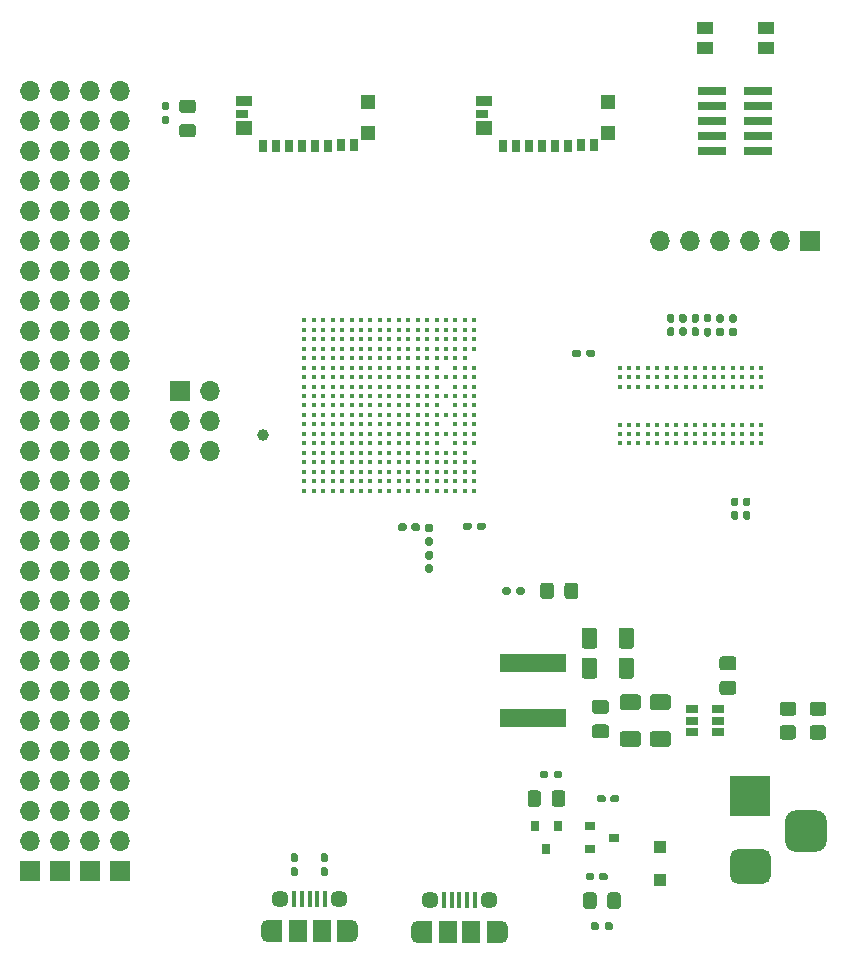
<source format=gbr>
%TF.GenerationSoftware,KiCad,Pcbnew,(5.1.8-0-10_14)*%
%TF.CreationDate,2020-12-07T13:54:23+00:00*%
%TF.ProjectId,STM32MP1_TestBoard,53544d33-324d-4503-915f-54657374426f,rev?*%
%TF.SameCoordinates,Original*%
%TF.FileFunction,Soldermask,Top*%
%TF.FilePolarity,Negative*%
%FSLAX46Y46*%
G04 Gerber Fmt 4.6, Leading zero omitted, Abs format (unit mm)*
G04 Created by KiCad (PCBNEW (5.1.8-0-10_14)) date 2020-12-07 13:54:23*
%MOMM*%
%LPD*%
G01*
G04 APERTURE LIST*
%ADD10C,0.400000*%
%ADD11C,1.000000*%
%ADD12R,3.500000X3.500000*%
%ADD13R,1.100000X1.100000*%
%ADD14R,1.200000X1.900000*%
%ADD15O,1.200000X1.900000*%
%ADD16R,1.500000X1.900000*%
%ADD17C,1.450000*%
%ADD18R,0.400000X1.350000*%
%ADD19O,1.700000X1.700000*%
%ADD20R,1.700000X1.700000*%
%ADD21R,1.060000X0.650000*%
%ADD22R,0.900000X0.800000*%
%ADD23R,1.450000X1.000000*%
%ADD24R,0.800000X0.900000*%
%ADD25R,5.700000X1.600000*%
%ADD26R,1.000000X0.700000*%
%ADD27R,1.400000X0.900000*%
%ADD28R,1.400000X1.200000*%
%ADD29R,1.200000X1.150000*%
%ADD30R,0.700000X1.000000*%
%ADD31R,2.400000X0.740000*%
G04 APERTURE END LIST*
D10*
%TO.C,U1*%
X167131000Y-110057000D03*
X167131000Y-109257000D03*
X167131000Y-108457000D03*
X167131000Y-107657000D03*
X167131000Y-106057000D03*
X167131000Y-105257000D03*
X167131000Y-104457000D03*
X167131000Y-103657000D03*
X167131000Y-102857000D03*
X167131000Y-102057000D03*
X167131000Y-101257000D03*
X167131000Y-100457000D03*
X167131000Y-99657000D03*
X167131000Y-98057000D03*
X167131000Y-97257000D03*
X167131000Y-96457000D03*
X167131000Y-95657000D03*
X166331000Y-110057000D03*
X166331000Y-109257000D03*
X166331000Y-108457000D03*
X166331000Y-107657000D03*
X166331000Y-106857000D03*
X166331000Y-106057000D03*
X166331000Y-105257000D03*
X166331000Y-104457000D03*
X166331000Y-103657000D03*
X166331000Y-102857000D03*
X166331000Y-102057000D03*
X166331000Y-101257000D03*
X166331000Y-100457000D03*
X166331000Y-99657000D03*
X166331000Y-98857000D03*
X166331000Y-98057000D03*
X166331000Y-97257000D03*
X166331000Y-96457000D03*
X166331000Y-95657000D03*
X165531000Y-110057000D03*
X165531000Y-109257000D03*
X165531000Y-108457000D03*
X165531000Y-107657000D03*
X165531000Y-106857000D03*
X165531000Y-106057000D03*
X165531000Y-105257000D03*
X165531000Y-104457000D03*
X165531000Y-103657000D03*
X165531000Y-102857000D03*
X165531000Y-102057000D03*
X165531000Y-101257000D03*
X165531000Y-100457000D03*
X165531000Y-99657000D03*
X165531000Y-98857000D03*
X165531000Y-98057000D03*
X165531000Y-97257000D03*
X165531000Y-96457000D03*
X165531000Y-95657000D03*
X164731000Y-110057000D03*
X164731000Y-109257000D03*
X164731000Y-108457000D03*
X164731000Y-107657000D03*
X164731000Y-106857000D03*
X164731000Y-105257000D03*
X164731000Y-103657000D03*
X164731000Y-102057000D03*
X164731000Y-100457000D03*
X164731000Y-98857000D03*
X164731000Y-98057000D03*
X164731000Y-97257000D03*
X164731000Y-96457000D03*
X164731000Y-95657000D03*
X163931000Y-110057000D03*
X163931000Y-109257000D03*
X163931000Y-108457000D03*
X163931000Y-107657000D03*
X163931000Y-106857000D03*
X163931000Y-106057000D03*
X163931000Y-105257000D03*
X163931000Y-104457000D03*
X163931000Y-103657000D03*
X163931000Y-102857000D03*
X163931000Y-102057000D03*
X163931000Y-101257000D03*
X163931000Y-100457000D03*
X163931000Y-99657000D03*
X163931000Y-98857000D03*
X163931000Y-98057000D03*
X163931000Y-97257000D03*
X163931000Y-96457000D03*
X163931000Y-95657000D03*
X163131000Y-110057000D03*
X163131000Y-109257000D03*
X163131000Y-108457000D03*
X163131000Y-107657000D03*
X163131000Y-106857000D03*
X163131000Y-106057000D03*
X163131000Y-105257000D03*
X163131000Y-104457000D03*
X163131000Y-103657000D03*
X163131000Y-102857000D03*
X163131000Y-102057000D03*
X163131000Y-101257000D03*
X163131000Y-100457000D03*
X163131000Y-99657000D03*
X163131000Y-98857000D03*
X163131000Y-98057000D03*
X163131000Y-97257000D03*
X163131000Y-96457000D03*
X163131000Y-95657000D03*
X162331000Y-110057000D03*
X162331000Y-109257000D03*
X162331000Y-108457000D03*
X162331000Y-107657000D03*
X162331000Y-106857000D03*
X162331000Y-106057000D03*
X162331000Y-105257000D03*
X162331000Y-104457000D03*
X162331000Y-103657000D03*
X162331000Y-102857000D03*
X162331000Y-102057000D03*
X162331000Y-101257000D03*
X162331000Y-100457000D03*
X162331000Y-99657000D03*
X162331000Y-98857000D03*
X162331000Y-98057000D03*
X162331000Y-97257000D03*
X162331000Y-96457000D03*
X162331000Y-95657000D03*
X161531000Y-110057000D03*
X161531000Y-109257000D03*
X161531000Y-108457000D03*
X161531000Y-107657000D03*
X161531000Y-106857000D03*
X161531000Y-106057000D03*
X161531000Y-105257000D03*
X161531000Y-104457000D03*
X161531000Y-103657000D03*
X161531000Y-102857000D03*
X161531000Y-102057000D03*
X161531000Y-101257000D03*
X161531000Y-100457000D03*
X161531000Y-99657000D03*
X161531000Y-98857000D03*
X161531000Y-98057000D03*
X161531000Y-97257000D03*
X161531000Y-96457000D03*
X161531000Y-95657000D03*
X160731000Y-110057000D03*
X160731000Y-109257000D03*
X160731000Y-108457000D03*
X160731000Y-107657000D03*
X160731000Y-106857000D03*
X160731000Y-106057000D03*
X160731000Y-105257000D03*
X160731000Y-104457000D03*
X160731000Y-103657000D03*
X160731000Y-102857000D03*
X160731000Y-102057000D03*
X160731000Y-101257000D03*
X160731000Y-100457000D03*
X160731000Y-99657000D03*
X160731000Y-98857000D03*
X160731000Y-98057000D03*
X160731000Y-97257000D03*
X160731000Y-96457000D03*
X160731000Y-95657000D03*
X159931000Y-110057000D03*
X159931000Y-109257000D03*
X159931000Y-108457000D03*
X159931000Y-107657000D03*
X159931000Y-106857000D03*
X159931000Y-106057000D03*
X159931000Y-105257000D03*
X159931000Y-104457000D03*
X159931000Y-103657000D03*
X159931000Y-102857000D03*
X159931000Y-102057000D03*
X159931000Y-101257000D03*
X159931000Y-100457000D03*
X159931000Y-99657000D03*
X159931000Y-98857000D03*
X159931000Y-98057000D03*
X159931000Y-97257000D03*
X159931000Y-96457000D03*
X159931000Y-95657000D03*
X159131000Y-110057000D03*
X159131000Y-109257000D03*
X159131000Y-108457000D03*
X159131000Y-107657000D03*
X159131000Y-106857000D03*
X159131000Y-106057000D03*
X159131000Y-105257000D03*
X159131000Y-104457000D03*
X159131000Y-103657000D03*
X159131000Y-102857000D03*
X159131000Y-102057000D03*
X159131000Y-101257000D03*
X159131000Y-100457000D03*
X159131000Y-99657000D03*
X159131000Y-98857000D03*
X159131000Y-98057000D03*
X159131000Y-97257000D03*
X159131000Y-96457000D03*
X159131000Y-95657000D03*
X158331000Y-110057000D03*
X158331000Y-109257000D03*
X158331000Y-108457000D03*
X158331000Y-107657000D03*
X158331000Y-106857000D03*
X158331000Y-106057000D03*
X158331000Y-105257000D03*
X158331000Y-104457000D03*
X158331000Y-103657000D03*
X158331000Y-102857000D03*
X158331000Y-102057000D03*
X158331000Y-101257000D03*
X158331000Y-100457000D03*
X158331000Y-99657000D03*
X158331000Y-98857000D03*
X158331000Y-98057000D03*
X158331000Y-97257000D03*
X158331000Y-96457000D03*
X158331000Y-95657000D03*
X157531000Y-110057000D03*
X157531000Y-109257000D03*
X157531000Y-108457000D03*
X157531000Y-107657000D03*
X157531000Y-106857000D03*
X157531000Y-106057000D03*
X157531000Y-105257000D03*
X157531000Y-104457000D03*
X157531000Y-103657000D03*
X157531000Y-102857000D03*
X157531000Y-102057000D03*
X157531000Y-101257000D03*
X157531000Y-100457000D03*
X157531000Y-99657000D03*
X157531000Y-98857000D03*
X157531000Y-98057000D03*
X157531000Y-97257000D03*
X157531000Y-96457000D03*
X157531000Y-95657000D03*
X156731000Y-110057000D03*
X156731000Y-109257000D03*
X156731000Y-108457000D03*
X156731000Y-107657000D03*
X156731000Y-106857000D03*
X156731000Y-106057000D03*
X156731000Y-105257000D03*
X156731000Y-104457000D03*
X156731000Y-103657000D03*
X156731000Y-102857000D03*
X156731000Y-102057000D03*
X156731000Y-101257000D03*
X156731000Y-100457000D03*
X156731000Y-99657000D03*
X156731000Y-98857000D03*
X156731000Y-98057000D03*
X156731000Y-97257000D03*
X156731000Y-96457000D03*
X156731000Y-95657000D03*
X155931000Y-110057000D03*
X155931000Y-109257000D03*
X155931000Y-108457000D03*
X155931000Y-107657000D03*
X155931000Y-106857000D03*
X155931000Y-106057000D03*
X155931000Y-105257000D03*
X155931000Y-104457000D03*
X155931000Y-103657000D03*
X155931000Y-102857000D03*
X155931000Y-102057000D03*
X155931000Y-101257000D03*
X155931000Y-100457000D03*
X155931000Y-99657000D03*
X155931000Y-98857000D03*
X155931000Y-98057000D03*
X155931000Y-97257000D03*
X155931000Y-96457000D03*
X155931000Y-95657000D03*
X155131000Y-110057000D03*
X155131000Y-109257000D03*
X155131000Y-108457000D03*
X155131000Y-107657000D03*
X155131000Y-106857000D03*
X155131000Y-106057000D03*
X155131000Y-105257000D03*
X155131000Y-104457000D03*
X155131000Y-103657000D03*
X155131000Y-102857000D03*
X155131000Y-102057000D03*
X155131000Y-101257000D03*
X155131000Y-100457000D03*
X155131000Y-99657000D03*
X155131000Y-98857000D03*
X155131000Y-98057000D03*
X155131000Y-97257000D03*
X155131000Y-96457000D03*
X155131000Y-95657000D03*
X154331000Y-110057000D03*
X154331000Y-109257000D03*
X154331000Y-108457000D03*
X154331000Y-107657000D03*
X154331000Y-106857000D03*
X154331000Y-106057000D03*
X154331000Y-105257000D03*
X154331000Y-104457000D03*
X154331000Y-103657000D03*
X154331000Y-102857000D03*
X154331000Y-102057000D03*
X154331000Y-101257000D03*
X154331000Y-100457000D03*
X154331000Y-99657000D03*
X154331000Y-98857000D03*
X154331000Y-98057000D03*
X154331000Y-97257000D03*
X154331000Y-96457000D03*
X154331000Y-95657000D03*
X153531000Y-110057000D03*
X153531000Y-109257000D03*
X153531000Y-108457000D03*
X153531000Y-107657000D03*
X153531000Y-106857000D03*
X153531000Y-106057000D03*
X153531000Y-105257000D03*
X153531000Y-104457000D03*
X153531000Y-103657000D03*
X153531000Y-102857000D03*
X153531000Y-102057000D03*
X153531000Y-101257000D03*
X153531000Y-100457000D03*
X153531000Y-99657000D03*
X153531000Y-98857000D03*
X153531000Y-98057000D03*
X153531000Y-97257000D03*
X153531000Y-96457000D03*
X153531000Y-95657000D03*
X152731000Y-110057000D03*
X152731000Y-109257000D03*
X152731000Y-108457000D03*
X152731000Y-107657000D03*
X152731000Y-106857000D03*
X152731000Y-106057000D03*
X152731000Y-105257000D03*
X152731000Y-104457000D03*
X152731000Y-103657000D03*
X152731000Y-102857000D03*
X152731000Y-102057000D03*
X152731000Y-101257000D03*
X152731000Y-100457000D03*
X152731000Y-99657000D03*
X152731000Y-98857000D03*
X152731000Y-98057000D03*
X152731000Y-97257000D03*
X152731000Y-96457000D03*
X152731000Y-95657000D03*
%TD*%
D11*
%TO.C,TP1*%
X149199600Y-105359200D03*
%TD*%
%TO.C,R20*%
G36*
G01*
X170194000Y-118394500D02*
X170194000Y-118714500D01*
G75*
G02*
X170034000Y-118874500I-160000J0D01*
G01*
X169639000Y-118874500D01*
G75*
G02*
X169479000Y-118714500I0J160000D01*
G01*
X169479000Y-118394500D01*
G75*
G02*
X169639000Y-118234500I160000J0D01*
G01*
X170034000Y-118234500D01*
G75*
G02*
X170194000Y-118394500I0J-160000D01*
G01*
G37*
G36*
G01*
X171389000Y-118394500D02*
X171389000Y-118714500D01*
G75*
G02*
X171229000Y-118874500I-160000J0D01*
G01*
X170834000Y-118874500D01*
G75*
G02*
X170674000Y-118714500I0J160000D01*
G01*
X170674000Y-118394500D01*
G75*
G02*
X170834000Y-118234500I160000J0D01*
G01*
X171229000Y-118234500D01*
G75*
G02*
X171389000Y-118394500I0J-160000D01*
G01*
G37*
%TD*%
%TO.C,R19*%
G36*
G01*
X177687000Y-146779000D02*
X177687000Y-147099000D01*
G75*
G02*
X177527000Y-147259000I-160000J0D01*
G01*
X177132000Y-147259000D01*
G75*
G02*
X176972000Y-147099000I0J160000D01*
G01*
X176972000Y-146779000D01*
G75*
G02*
X177132000Y-146619000I160000J0D01*
G01*
X177527000Y-146619000D01*
G75*
G02*
X177687000Y-146779000I0J-160000D01*
G01*
G37*
G36*
G01*
X178882000Y-146779000D02*
X178882000Y-147099000D01*
G75*
G02*
X178722000Y-147259000I-160000J0D01*
G01*
X178327000Y-147259000D01*
G75*
G02*
X178167000Y-147099000I0J160000D01*
G01*
X178167000Y-146779000D01*
G75*
G02*
X178327000Y-146619000I160000J0D01*
G01*
X178722000Y-146619000D01*
G75*
G02*
X178882000Y-146779000I0J-160000D01*
G01*
G37*
%TD*%
%TO.C,R18*%
G36*
G01*
X173369000Y-133952000D02*
X173369000Y-134272000D01*
G75*
G02*
X173209000Y-134432000I-160000J0D01*
G01*
X172814000Y-134432000D01*
G75*
G02*
X172654000Y-134272000I0J160000D01*
G01*
X172654000Y-133952000D01*
G75*
G02*
X172814000Y-133792000I160000J0D01*
G01*
X173209000Y-133792000D01*
G75*
G02*
X173369000Y-133952000I0J-160000D01*
G01*
G37*
G36*
G01*
X174564000Y-133952000D02*
X174564000Y-134272000D01*
G75*
G02*
X174404000Y-134432000I-160000J0D01*
G01*
X174009000Y-134432000D01*
G75*
G02*
X173849000Y-134272000I0J160000D01*
G01*
X173849000Y-133952000D01*
G75*
G02*
X174009000Y-133792000I160000J0D01*
G01*
X174404000Y-133792000D01*
G75*
G02*
X174564000Y-133952000I0J-160000D01*
G01*
G37*
%TD*%
%TO.C,D5*%
G36*
G01*
X174757500Y-119004501D02*
X174757500Y-118104499D01*
G75*
G02*
X175007499Y-117854500I249999J0D01*
G01*
X175657501Y-117854500D01*
G75*
G02*
X175907500Y-118104499I0J-249999D01*
G01*
X175907500Y-119004501D01*
G75*
G02*
X175657501Y-119254500I-249999J0D01*
G01*
X175007499Y-119254500D01*
G75*
G02*
X174757500Y-119004501I0J249999D01*
G01*
G37*
G36*
G01*
X172707500Y-119004501D02*
X172707500Y-118104499D01*
G75*
G02*
X172957499Y-117854500I249999J0D01*
G01*
X173607501Y-117854500D01*
G75*
G02*
X173857500Y-118104499I0J-249999D01*
G01*
X173857500Y-119004501D01*
G75*
G02*
X173607501Y-119254500I-249999J0D01*
G01*
X172957499Y-119254500D01*
G75*
G02*
X172707500Y-119004501I0J249999D01*
G01*
G37*
%TD*%
%TO.C,D4*%
G36*
G01*
X177477000Y-144329999D02*
X177477000Y-145230001D01*
G75*
G02*
X177227001Y-145480000I-249999J0D01*
G01*
X176576999Y-145480000D01*
G75*
G02*
X176327000Y-145230001I0J249999D01*
G01*
X176327000Y-144329999D01*
G75*
G02*
X176576999Y-144080000I249999J0D01*
G01*
X177227001Y-144080000D01*
G75*
G02*
X177477000Y-144329999I0J-249999D01*
G01*
G37*
G36*
G01*
X179527000Y-144329999D02*
X179527000Y-145230001D01*
G75*
G02*
X179277001Y-145480000I-249999J0D01*
G01*
X178626999Y-145480000D01*
G75*
G02*
X178377000Y-145230001I0J249999D01*
G01*
X178377000Y-144329999D01*
G75*
G02*
X178626999Y-144080000I249999J0D01*
G01*
X179277001Y-144080000D01*
G75*
G02*
X179527000Y-144329999I0J-249999D01*
G01*
G37*
%TD*%
%TO.C,D3*%
G36*
G01*
X172778000Y-135693999D02*
X172778000Y-136594001D01*
G75*
G02*
X172528001Y-136844000I-249999J0D01*
G01*
X171877999Y-136844000D01*
G75*
G02*
X171628000Y-136594001I0J249999D01*
G01*
X171628000Y-135693999D01*
G75*
G02*
X171877999Y-135444000I249999J0D01*
G01*
X172528001Y-135444000D01*
G75*
G02*
X172778000Y-135693999I0J-249999D01*
G01*
G37*
G36*
G01*
X174828000Y-135693999D02*
X174828000Y-136594001D01*
G75*
G02*
X174578001Y-136844000I-249999J0D01*
G01*
X173927999Y-136844000D01*
G75*
G02*
X173678000Y-136594001I0J249999D01*
G01*
X173678000Y-135693999D01*
G75*
G02*
X173927999Y-135444000I249999J0D01*
G01*
X174578001Y-135444000D01*
G75*
G02*
X174828000Y-135693999I0J-249999D01*
G01*
G37*
%TD*%
%TO.C,J9*%
G36*
G01*
X196075000Y-140640000D02*
X194325000Y-140640000D01*
G75*
G02*
X193450000Y-139765000I0J875000D01*
G01*
X193450000Y-138015000D01*
G75*
G02*
X194325000Y-137140000I875000J0D01*
G01*
X196075000Y-137140000D01*
G75*
G02*
X196950000Y-138015000I0J-875000D01*
G01*
X196950000Y-139765000D01*
G75*
G02*
X196075000Y-140640000I-875000J0D01*
G01*
G37*
G36*
G01*
X191500000Y-143390000D02*
X189500000Y-143390000D01*
G75*
G02*
X188750000Y-142640000I0J750000D01*
G01*
X188750000Y-141140000D01*
G75*
G02*
X189500000Y-140390000I750000J0D01*
G01*
X191500000Y-140390000D01*
G75*
G02*
X192250000Y-141140000I0J-750000D01*
G01*
X192250000Y-142640000D01*
G75*
G02*
X191500000Y-143390000I-750000J0D01*
G01*
G37*
D12*
X190500000Y-135890000D03*
%TD*%
D13*
%TO.C,D2*%
X182880000Y-143005000D03*
X182880000Y-140205000D03*
%TD*%
%TO.C,C57*%
G36*
G01*
X185981400Y-96972400D02*
X185671400Y-96972400D01*
G75*
G02*
X185516400Y-96817400I0J155000D01*
G01*
X185516400Y-96392400D01*
G75*
G02*
X185671400Y-96237400I155000J0D01*
G01*
X185981400Y-96237400D01*
G75*
G02*
X186136400Y-96392400I0J-155000D01*
G01*
X186136400Y-96817400D01*
G75*
G02*
X185981400Y-96972400I-155000J0D01*
G01*
G37*
G36*
G01*
X185981400Y-95837400D02*
X185671400Y-95837400D01*
G75*
G02*
X185516400Y-95682400I0J155000D01*
G01*
X185516400Y-95257400D01*
G75*
G02*
X185671400Y-95102400I155000J0D01*
G01*
X185981400Y-95102400D01*
G75*
G02*
X186136400Y-95257400I0J-155000D01*
G01*
X186136400Y-95682400D01*
G75*
G02*
X185981400Y-95837400I-155000J0D01*
G01*
G37*
%TD*%
%TO.C,C40*%
G36*
G01*
X189024200Y-110647200D02*
X189334200Y-110647200D01*
G75*
G02*
X189489200Y-110802200I0J-155000D01*
G01*
X189489200Y-111227200D01*
G75*
G02*
X189334200Y-111382200I-155000J0D01*
G01*
X189024200Y-111382200D01*
G75*
G02*
X188869200Y-111227200I0J155000D01*
G01*
X188869200Y-110802200D01*
G75*
G02*
X189024200Y-110647200I155000J0D01*
G01*
G37*
G36*
G01*
X189024200Y-111782200D02*
X189334200Y-111782200D01*
G75*
G02*
X189489200Y-111937200I0J-155000D01*
G01*
X189489200Y-112362200D01*
G75*
G02*
X189334200Y-112517200I-155000J0D01*
G01*
X189024200Y-112517200D01*
G75*
G02*
X188869200Y-112362200I0J155000D01*
G01*
X188869200Y-111937200D01*
G75*
G02*
X189024200Y-111782200I155000J0D01*
G01*
G37*
%TD*%
%TO.C,R15*%
G36*
G01*
X175422600Y-98610400D02*
X175422600Y-98290400D01*
G75*
G02*
X175582600Y-98130400I160000J0D01*
G01*
X175977600Y-98130400D01*
G75*
G02*
X176137600Y-98290400I0J-160000D01*
G01*
X176137600Y-98610400D01*
G75*
G02*
X175977600Y-98770400I-160000J0D01*
G01*
X175582600Y-98770400D01*
G75*
G02*
X175422600Y-98610400I0J160000D01*
G01*
G37*
G36*
G01*
X176617600Y-98610400D02*
X176617600Y-98290400D01*
G75*
G02*
X176777600Y-98130400I160000J0D01*
G01*
X177172600Y-98130400D01*
G75*
G02*
X177332600Y-98290400I0J-160000D01*
G01*
X177332600Y-98610400D01*
G75*
G02*
X177172600Y-98770400I-160000J0D01*
G01*
X176777600Y-98770400D01*
G75*
G02*
X176617600Y-98610400I0J160000D01*
G01*
G37*
%TD*%
%TO.C,C62*%
G36*
G01*
X183898600Y-96972400D02*
X183588600Y-96972400D01*
G75*
G02*
X183433600Y-96817400I0J155000D01*
G01*
X183433600Y-96392400D01*
G75*
G02*
X183588600Y-96237400I155000J0D01*
G01*
X183898600Y-96237400D01*
G75*
G02*
X184053600Y-96392400I0J-155000D01*
G01*
X184053600Y-96817400D01*
G75*
G02*
X183898600Y-96972400I-155000J0D01*
G01*
G37*
G36*
G01*
X183898600Y-95837400D02*
X183588600Y-95837400D01*
G75*
G02*
X183433600Y-95682400I0J155000D01*
G01*
X183433600Y-95257400D01*
G75*
G02*
X183588600Y-95102400I155000J0D01*
G01*
X183898600Y-95102400D01*
G75*
G02*
X184053600Y-95257400I0J-155000D01*
G01*
X184053600Y-95682400D01*
G75*
G02*
X183898600Y-95837400I-155000J0D01*
G01*
G37*
%TD*%
D10*
%TO.C,U2*%
X191420000Y-99670000D03*
X191420000Y-100470000D03*
X191420000Y-101270000D03*
X191420000Y-104470000D03*
X191420000Y-105270000D03*
X191420000Y-106070000D03*
X190620000Y-99670000D03*
X190620000Y-100470000D03*
X190620000Y-101270000D03*
X190620000Y-104470000D03*
X190620000Y-105270000D03*
X190620000Y-106070000D03*
X189820000Y-99670000D03*
X189820000Y-100470000D03*
X189820000Y-101270000D03*
X189820000Y-104470000D03*
X189820000Y-105270000D03*
X189820000Y-106070000D03*
X189020000Y-99670000D03*
X189020000Y-100470000D03*
X189020000Y-101270000D03*
X189020000Y-104470000D03*
X189020000Y-105270000D03*
X189020000Y-106070000D03*
X188220000Y-99670000D03*
X188220000Y-100470000D03*
X188220000Y-101270000D03*
X188220000Y-104470000D03*
X188220000Y-105270000D03*
X188220000Y-106070000D03*
X187420000Y-99670000D03*
X187420000Y-100470000D03*
X187420000Y-101270000D03*
X187420000Y-104470000D03*
X187420000Y-105270000D03*
X187420000Y-106070000D03*
X186620000Y-99670000D03*
X186620000Y-100470000D03*
X186620000Y-101270000D03*
X186620000Y-104470000D03*
X186620000Y-105270000D03*
X186620000Y-106070000D03*
X185820000Y-99670000D03*
X185820000Y-100470000D03*
X185820000Y-101270000D03*
X185820000Y-104470000D03*
X185820000Y-105270000D03*
X185820000Y-106070000D03*
X185020000Y-99670000D03*
X185020000Y-100470000D03*
X185020000Y-101270000D03*
X185020000Y-104470000D03*
X185020000Y-105270000D03*
X185020000Y-106070000D03*
X184220000Y-99670000D03*
X184220000Y-100470000D03*
X184220000Y-101270000D03*
X184220000Y-104470000D03*
X184220000Y-105270000D03*
X184220000Y-106070000D03*
X183420000Y-99670000D03*
X183420000Y-100470000D03*
X183420000Y-101270000D03*
X183420000Y-104470000D03*
X183420000Y-105270000D03*
X183420000Y-106070000D03*
X182620000Y-99670000D03*
X182620000Y-100470000D03*
X182620000Y-101270000D03*
X182620000Y-104470000D03*
X182620000Y-105270000D03*
X182620000Y-106070000D03*
X181820000Y-99670000D03*
X181820000Y-100470000D03*
X181820000Y-101270000D03*
X181820000Y-104470000D03*
X181820000Y-105270000D03*
X181820000Y-106070000D03*
X181020000Y-99670000D03*
X181020000Y-100470000D03*
X181020000Y-101270000D03*
X181020000Y-104470000D03*
X181020000Y-105270000D03*
X181020000Y-106070000D03*
X180220000Y-99670000D03*
X180220000Y-100470000D03*
X180220000Y-101270000D03*
X180220000Y-104470000D03*
X180220000Y-105270000D03*
X180220000Y-106070000D03*
X179420000Y-99670000D03*
X179420000Y-100470000D03*
X179420000Y-101270000D03*
X179420000Y-104470000D03*
X179420000Y-105270000D03*
X179420000Y-106070000D03*
%TD*%
%TO.C,C36*%
G36*
G01*
X189181800Y-96997800D02*
X188871800Y-96997800D01*
G75*
G02*
X188716800Y-96842800I0J155000D01*
G01*
X188716800Y-96417800D01*
G75*
G02*
X188871800Y-96262800I155000J0D01*
G01*
X189181800Y-96262800D01*
G75*
G02*
X189336800Y-96417800I0J-155000D01*
G01*
X189336800Y-96842800D01*
G75*
G02*
X189181800Y-96997800I-155000J0D01*
G01*
G37*
G36*
G01*
X189181800Y-95862800D02*
X188871800Y-95862800D01*
G75*
G02*
X188716800Y-95707800I0J155000D01*
G01*
X188716800Y-95282800D01*
G75*
G02*
X188871800Y-95127800I155000J0D01*
G01*
X189181800Y-95127800D01*
G75*
G02*
X189336800Y-95282800I0J-155000D01*
G01*
X189336800Y-95707800D01*
G75*
G02*
X189181800Y-95862800I-155000J0D01*
G01*
G37*
%TD*%
%TO.C,C52*%
G36*
G01*
X188089600Y-96997800D02*
X187779600Y-96997800D01*
G75*
G02*
X187624600Y-96842800I0J155000D01*
G01*
X187624600Y-96417800D01*
G75*
G02*
X187779600Y-96262800I155000J0D01*
G01*
X188089600Y-96262800D01*
G75*
G02*
X188244600Y-96417800I0J-155000D01*
G01*
X188244600Y-96842800D01*
G75*
G02*
X188089600Y-96997800I-155000J0D01*
G01*
G37*
G36*
G01*
X188089600Y-95862800D02*
X187779600Y-95862800D01*
G75*
G02*
X187624600Y-95707800I0J155000D01*
G01*
X187624600Y-95282800D01*
G75*
G02*
X187779600Y-95127800I155000J0D01*
G01*
X188089600Y-95127800D01*
G75*
G02*
X188244600Y-95282800I0J-155000D01*
G01*
X188244600Y-95707800D01*
G75*
G02*
X188089600Y-95862800I-155000J0D01*
G01*
G37*
%TD*%
%TO.C,C42*%
G36*
G01*
X190040200Y-110647200D02*
X190350200Y-110647200D01*
G75*
G02*
X190505200Y-110802200I0J-155000D01*
G01*
X190505200Y-111227200D01*
G75*
G02*
X190350200Y-111382200I-155000J0D01*
G01*
X190040200Y-111382200D01*
G75*
G02*
X189885200Y-111227200I0J155000D01*
G01*
X189885200Y-110802200D01*
G75*
G02*
X190040200Y-110647200I155000J0D01*
G01*
G37*
G36*
G01*
X190040200Y-111782200D02*
X190350200Y-111782200D01*
G75*
G02*
X190505200Y-111937200I0J-155000D01*
G01*
X190505200Y-112362200D01*
G75*
G02*
X190350200Y-112517200I-155000J0D01*
G01*
X190040200Y-112517200D01*
G75*
G02*
X189885200Y-112362200I0J155000D01*
G01*
X189885200Y-111937200D01*
G75*
G02*
X190040200Y-111782200I155000J0D01*
G01*
G37*
%TD*%
%TO.C,C65*%
G36*
G01*
X184940000Y-96972400D02*
X184630000Y-96972400D01*
G75*
G02*
X184475000Y-96817400I0J155000D01*
G01*
X184475000Y-96392400D01*
G75*
G02*
X184630000Y-96237400I155000J0D01*
G01*
X184940000Y-96237400D01*
G75*
G02*
X185095000Y-96392400I0J-155000D01*
G01*
X185095000Y-96817400D01*
G75*
G02*
X184940000Y-96972400I-155000J0D01*
G01*
G37*
G36*
G01*
X184940000Y-95837400D02*
X184630000Y-95837400D01*
G75*
G02*
X184475000Y-95682400I0J155000D01*
G01*
X184475000Y-95257400D01*
G75*
G02*
X184630000Y-95102400I155000J0D01*
G01*
X184940000Y-95102400D01*
G75*
G02*
X185095000Y-95257400I0J-155000D01*
G01*
X185095000Y-95682400D01*
G75*
G02*
X184940000Y-95837400I-155000J0D01*
G01*
G37*
%TD*%
%TO.C,R52*%
G36*
G01*
X187027800Y-97017800D02*
X186707800Y-97017800D01*
G75*
G02*
X186547800Y-96857800I0J160000D01*
G01*
X186547800Y-96462800D01*
G75*
G02*
X186707800Y-96302800I160000J0D01*
G01*
X187027800Y-96302800D01*
G75*
G02*
X187187800Y-96462800I0J-160000D01*
G01*
X187187800Y-96857800D01*
G75*
G02*
X187027800Y-97017800I-160000J0D01*
G01*
G37*
G36*
G01*
X187027800Y-95822800D02*
X186707800Y-95822800D01*
G75*
G02*
X186547800Y-95662800I0J160000D01*
G01*
X186547800Y-95267800D01*
G75*
G02*
X186707800Y-95107800I160000J0D01*
G01*
X187027800Y-95107800D01*
G75*
G02*
X187187800Y-95267800I0J-160000D01*
G01*
X187187800Y-95662800D01*
G75*
G02*
X187027800Y-95822800I-160000J0D01*
G01*
G37*
%TD*%
%TO.C,R17*%
G36*
G01*
X154272000Y-141972000D02*
X154592000Y-141972000D01*
G75*
G02*
X154752000Y-142132000I0J-160000D01*
G01*
X154752000Y-142527000D01*
G75*
G02*
X154592000Y-142687000I-160000J0D01*
G01*
X154272000Y-142687000D01*
G75*
G02*
X154112000Y-142527000I0J160000D01*
G01*
X154112000Y-142132000D01*
G75*
G02*
X154272000Y-141972000I160000J0D01*
G01*
G37*
G36*
G01*
X154272000Y-140777000D02*
X154592000Y-140777000D01*
G75*
G02*
X154752000Y-140937000I0J-160000D01*
G01*
X154752000Y-141332000D01*
G75*
G02*
X154592000Y-141492000I-160000J0D01*
G01*
X154272000Y-141492000D01*
G75*
G02*
X154112000Y-141332000I0J160000D01*
G01*
X154112000Y-140937000D01*
G75*
G02*
X154272000Y-140777000I160000J0D01*
G01*
G37*
%TD*%
%TO.C,R16*%
G36*
G01*
X151732000Y-141972000D02*
X152052000Y-141972000D01*
G75*
G02*
X152212000Y-142132000I0J-160000D01*
G01*
X152212000Y-142527000D01*
G75*
G02*
X152052000Y-142687000I-160000J0D01*
G01*
X151732000Y-142687000D01*
G75*
G02*
X151572000Y-142527000I0J160000D01*
G01*
X151572000Y-142132000D01*
G75*
G02*
X151732000Y-141972000I160000J0D01*
G01*
G37*
G36*
G01*
X151732000Y-140777000D02*
X152052000Y-140777000D01*
G75*
G02*
X152212000Y-140937000I0J-160000D01*
G01*
X152212000Y-141332000D01*
G75*
G02*
X152052000Y-141492000I-160000J0D01*
G01*
X151732000Y-141492000D01*
G75*
G02*
X151572000Y-141332000I0J160000D01*
G01*
X151572000Y-140937000D01*
G75*
G02*
X151732000Y-140777000I160000J0D01*
G01*
G37*
%TD*%
D14*
%TO.C,J8*%
X150287400Y-147338300D03*
X156087400Y-147338300D03*
D15*
X156687400Y-147338300D03*
X149687400Y-147338300D03*
D16*
X152187400Y-147338300D03*
D17*
X155687400Y-144638300D03*
D18*
X153187400Y-144638300D03*
X153837400Y-144638300D03*
X154487400Y-144638300D03*
X151887400Y-144638300D03*
X152537400Y-144638300D03*
D17*
X150687400Y-144638300D03*
D16*
X154187400Y-147338300D03*
%TD*%
D19*
%TO.C,J7*%
X182880000Y-88900000D03*
X185420000Y-88900000D03*
X187960000Y-88900000D03*
X190500000Y-88900000D03*
X193040000Y-88900000D03*
D20*
X195580000Y-88900000D03*
%TD*%
D19*
%TO.C,J5*%
X144780000Y-106680000D03*
X142240000Y-106680000D03*
X144780000Y-104140000D03*
X142240000Y-104140000D03*
X144780000Y-101600000D03*
D20*
X142240000Y-101600000D03*
%TD*%
D19*
%TO.C,J4*%
X129540000Y-76200000D03*
X129540000Y-78740000D03*
X129540000Y-81280000D03*
X129540000Y-83820000D03*
X129540000Y-86360000D03*
X129540000Y-88900000D03*
X129540000Y-91440000D03*
X129540000Y-93980000D03*
X129540000Y-96520000D03*
X129540000Y-99060000D03*
X129540000Y-101600000D03*
X129540000Y-104140000D03*
X129540000Y-106680000D03*
X129540000Y-109220000D03*
X129540000Y-111760000D03*
X129540000Y-114300000D03*
X129540000Y-116840000D03*
X129540000Y-119380000D03*
X129540000Y-121920000D03*
X129540000Y-124460000D03*
X129540000Y-127000000D03*
X129540000Y-129540000D03*
X129540000Y-132080000D03*
X129540000Y-134620000D03*
X129540000Y-137160000D03*
X129540000Y-139700000D03*
D20*
X129540000Y-142240000D03*
%TD*%
D19*
%TO.C,J3*%
X132080000Y-76200000D03*
X132080000Y-78740000D03*
X132080000Y-81280000D03*
X132080000Y-83820000D03*
X132080000Y-86360000D03*
X132080000Y-88900000D03*
X132080000Y-91440000D03*
X132080000Y-93980000D03*
X132080000Y-96520000D03*
X132080000Y-99060000D03*
X132080000Y-101600000D03*
X132080000Y-104140000D03*
X132080000Y-106680000D03*
X132080000Y-109220000D03*
X132080000Y-111760000D03*
X132080000Y-114300000D03*
X132080000Y-116840000D03*
X132080000Y-119380000D03*
X132080000Y-121920000D03*
X132080000Y-124460000D03*
X132080000Y-127000000D03*
X132080000Y-129540000D03*
X132080000Y-132080000D03*
X132080000Y-134620000D03*
X132080000Y-137160000D03*
X132080000Y-139700000D03*
D20*
X132080000Y-142240000D03*
%TD*%
D19*
%TO.C,J2*%
X134620000Y-76200000D03*
X134620000Y-78740000D03*
X134620000Y-81280000D03*
X134620000Y-83820000D03*
X134620000Y-86360000D03*
X134620000Y-88900000D03*
X134620000Y-91440000D03*
X134620000Y-93980000D03*
X134620000Y-96520000D03*
X134620000Y-99060000D03*
X134620000Y-101600000D03*
X134620000Y-104140000D03*
X134620000Y-106680000D03*
X134620000Y-109220000D03*
X134620000Y-111760000D03*
X134620000Y-114300000D03*
X134620000Y-116840000D03*
X134620000Y-119380000D03*
X134620000Y-121920000D03*
X134620000Y-124460000D03*
X134620000Y-127000000D03*
X134620000Y-129540000D03*
X134620000Y-132080000D03*
X134620000Y-134620000D03*
X134620000Y-137160000D03*
X134620000Y-139700000D03*
D20*
X134620000Y-142240000D03*
%TD*%
D19*
%TO.C,J1*%
X137160000Y-76200000D03*
X137160000Y-78740000D03*
X137160000Y-81280000D03*
X137160000Y-83820000D03*
X137160000Y-86360000D03*
X137160000Y-88900000D03*
X137160000Y-91440000D03*
X137160000Y-93980000D03*
X137160000Y-96520000D03*
X137160000Y-99060000D03*
X137160000Y-101600000D03*
X137160000Y-104140000D03*
X137160000Y-106680000D03*
X137160000Y-109220000D03*
X137160000Y-111760000D03*
X137160000Y-114300000D03*
X137160000Y-116840000D03*
X137160000Y-119380000D03*
X137160000Y-121920000D03*
X137160000Y-124460000D03*
X137160000Y-127000000D03*
X137160000Y-129540000D03*
X137160000Y-132080000D03*
X137160000Y-134620000D03*
X137160000Y-137160000D03*
X137160000Y-139700000D03*
D20*
X137160000Y-142240000D03*
%TD*%
%TO.C,C68*%
G36*
G01*
X163141600Y-112857000D02*
X163451600Y-112857000D01*
G75*
G02*
X163606600Y-113012000I0J-155000D01*
G01*
X163606600Y-113437000D01*
G75*
G02*
X163451600Y-113592000I-155000J0D01*
G01*
X163141600Y-113592000D01*
G75*
G02*
X162986600Y-113437000I0J155000D01*
G01*
X162986600Y-113012000D01*
G75*
G02*
X163141600Y-112857000I155000J0D01*
G01*
G37*
G36*
G01*
X163141600Y-113992000D02*
X163451600Y-113992000D01*
G75*
G02*
X163606600Y-114147000I0J-155000D01*
G01*
X163606600Y-114572000D01*
G75*
G02*
X163451600Y-114727000I-155000J0D01*
G01*
X163141600Y-114727000D01*
G75*
G02*
X162986600Y-114572000I0J155000D01*
G01*
X162986600Y-114147000D01*
G75*
G02*
X163141600Y-113992000I155000J0D01*
G01*
G37*
%TD*%
%TO.C,C9*%
G36*
G01*
X162529800Y-113002000D02*
X162529800Y-113312000D01*
G75*
G02*
X162374800Y-113467000I-155000J0D01*
G01*
X161949800Y-113467000D01*
G75*
G02*
X161794800Y-113312000I0J155000D01*
G01*
X161794800Y-113002000D01*
G75*
G02*
X161949800Y-112847000I155000J0D01*
G01*
X162374800Y-112847000D01*
G75*
G02*
X162529800Y-113002000I0J-155000D01*
G01*
G37*
G36*
G01*
X161394800Y-113002000D02*
X161394800Y-113312000D01*
G75*
G02*
X161239800Y-113467000I-155000J0D01*
G01*
X160814800Y-113467000D01*
G75*
G02*
X160659800Y-113312000I0J155000D01*
G01*
X160659800Y-113002000D01*
G75*
G02*
X160814800Y-112847000I155000J0D01*
G01*
X161239800Y-112847000D01*
G75*
G02*
X161394800Y-113002000I0J-155000D01*
G01*
G37*
%TD*%
%TO.C,C17*%
G36*
G01*
X163451600Y-117038400D02*
X163141600Y-117038400D01*
G75*
G02*
X162986600Y-116883400I0J155000D01*
G01*
X162986600Y-116458400D01*
G75*
G02*
X163141600Y-116303400I155000J0D01*
G01*
X163451600Y-116303400D01*
G75*
G02*
X163606600Y-116458400I0J-155000D01*
G01*
X163606600Y-116883400D01*
G75*
G02*
X163451600Y-117038400I-155000J0D01*
G01*
G37*
G36*
G01*
X163451600Y-115903400D02*
X163141600Y-115903400D01*
G75*
G02*
X162986600Y-115748400I0J155000D01*
G01*
X162986600Y-115323400D01*
G75*
G02*
X163141600Y-115168400I155000J0D01*
G01*
X163451600Y-115168400D01*
G75*
G02*
X163606600Y-115323400I0J-155000D01*
G01*
X163606600Y-115748400D01*
G75*
G02*
X163451600Y-115903400I-155000J0D01*
G01*
G37*
%TD*%
%TO.C,C5*%
G36*
G01*
X180990001Y-128640000D02*
X179689999Y-128640000D01*
G75*
G02*
X179440000Y-128390001I0J249999D01*
G01*
X179440000Y-127564999D01*
G75*
G02*
X179689999Y-127315000I249999J0D01*
G01*
X180990001Y-127315000D01*
G75*
G02*
X181240000Y-127564999I0J-249999D01*
G01*
X181240000Y-128390001D01*
G75*
G02*
X180990001Y-128640000I-249999J0D01*
G01*
G37*
G36*
G01*
X180990001Y-131765000D02*
X179689999Y-131765000D01*
G75*
G02*
X179440000Y-131515001I0J249999D01*
G01*
X179440000Y-130689999D01*
G75*
G02*
X179689999Y-130440000I249999J0D01*
G01*
X180990001Y-130440000D01*
G75*
G02*
X181240000Y-130689999I0J-249999D01*
G01*
X181240000Y-131515001D01*
G75*
G02*
X180990001Y-131765000I-249999J0D01*
G01*
G37*
%TD*%
D21*
%TO.C,U4*%
X187790000Y-129540000D03*
X187790000Y-128590000D03*
X187790000Y-130490000D03*
X185590000Y-130490000D03*
X185590000Y-129540000D03*
X185590000Y-128590000D03*
%TD*%
D22*
%TO.C,U3*%
X178927000Y-139446000D03*
X176927000Y-140396000D03*
X176927000Y-138496000D03*
%TD*%
D23*
%TO.C,SW2*%
X191805000Y-70930400D03*
X186655000Y-70930400D03*
X186655000Y-72630400D03*
X191805000Y-72630400D03*
%TD*%
%TO.C,R9*%
G36*
G01*
X140810000Y-78345000D02*
X141130000Y-78345000D01*
G75*
G02*
X141290000Y-78505000I0J-160000D01*
G01*
X141290000Y-78900000D01*
G75*
G02*
X141130000Y-79060000I-160000J0D01*
G01*
X140810000Y-79060000D01*
G75*
G02*
X140650000Y-78900000I0J160000D01*
G01*
X140650000Y-78505000D01*
G75*
G02*
X140810000Y-78345000I160000J0D01*
G01*
G37*
G36*
G01*
X140810000Y-77150000D02*
X141130000Y-77150000D01*
G75*
G02*
X141290000Y-77310000I0J-160000D01*
G01*
X141290000Y-77705000D01*
G75*
G02*
X141130000Y-77865000I-160000J0D01*
G01*
X140810000Y-77865000D01*
G75*
G02*
X140650000Y-77705000I0J160000D01*
G01*
X140650000Y-77310000D01*
G75*
G02*
X140810000Y-77150000I160000J0D01*
G01*
G37*
%TD*%
%TO.C,R8*%
G36*
G01*
X166892000Y-112933500D02*
X166892000Y-113253500D01*
G75*
G02*
X166732000Y-113413500I-160000J0D01*
G01*
X166337000Y-113413500D01*
G75*
G02*
X166177000Y-113253500I0J160000D01*
G01*
X166177000Y-112933500D01*
G75*
G02*
X166337000Y-112773500I160000J0D01*
G01*
X166732000Y-112773500D01*
G75*
G02*
X166892000Y-112933500I0J-160000D01*
G01*
G37*
G36*
G01*
X168087000Y-112933500D02*
X168087000Y-113253500D01*
G75*
G02*
X167927000Y-113413500I-160000J0D01*
G01*
X167532000Y-113413500D01*
G75*
G02*
X167372000Y-113253500I0J160000D01*
G01*
X167372000Y-112933500D01*
G75*
G02*
X167532000Y-112773500I160000J0D01*
G01*
X167927000Y-112773500D01*
G75*
G02*
X168087000Y-112933500I0J-160000D01*
G01*
G37*
%TD*%
%TO.C,R4*%
G36*
G01*
X194125001Y-129140000D02*
X193224999Y-129140000D01*
G75*
G02*
X192975000Y-128890001I0J249999D01*
G01*
X192975000Y-128189999D01*
G75*
G02*
X193224999Y-127940000I249999J0D01*
G01*
X194125001Y-127940000D01*
G75*
G02*
X194375000Y-128189999I0J-249999D01*
G01*
X194375000Y-128890001D01*
G75*
G02*
X194125001Y-129140000I-249999J0D01*
G01*
G37*
G36*
G01*
X194125001Y-131140000D02*
X193224999Y-131140000D01*
G75*
G02*
X192975000Y-130890001I0J249999D01*
G01*
X192975000Y-130189999D01*
G75*
G02*
X193224999Y-129940000I249999J0D01*
G01*
X194125001Y-129940000D01*
G75*
G02*
X194375000Y-130189999I0J-249999D01*
G01*
X194375000Y-130890001D01*
G75*
G02*
X194125001Y-131140000I-249999J0D01*
G01*
G37*
%TD*%
%TO.C,R3*%
G36*
G01*
X195764999Y-129940000D02*
X196665001Y-129940000D01*
G75*
G02*
X196915000Y-130189999I0J-249999D01*
G01*
X196915000Y-130890001D01*
G75*
G02*
X196665001Y-131140000I-249999J0D01*
G01*
X195764999Y-131140000D01*
G75*
G02*
X195515000Y-130890001I0J249999D01*
G01*
X195515000Y-130189999D01*
G75*
G02*
X195764999Y-129940000I249999J0D01*
G01*
G37*
G36*
G01*
X195764999Y-127940000D02*
X196665001Y-127940000D01*
G75*
G02*
X196915000Y-128189999I0J-249999D01*
G01*
X196915000Y-128890001D01*
G75*
G02*
X196665001Y-129140000I-249999J0D01*
G01*
X195764999Y-129140000D01*
G75*
G02*
X195515000Y-128890001I0J249999D01*
G01*
X195515000Y-128189999D01*
G75*
G02*
X195764999Y-127940000I249999J0D01*
G01*
G37*
%TD*%
D24*
%TO.C,Q1*%
X173228000Y-140446000D03*
X172278000Y-138446000D03*
X174178000Y-138446000D03*
%TD*%
D25*
%TO.C,L2*%
X172085000Y-124650000D03*
X172085000Y-129350000D03*
%TD*%
D14*
%TO.C,J14*%
X162962000Y-147414500D03*
X168762000Y-147414500D03*
D15*
X169362000Y-147414500D03*
X162362000Y-147414500D03*
D16*
X164862000Y-147414500D03*
D17*
X168362000Y-144714500D03*
D18*
X165862000Y-144714500D03*
X166512000Y-144714500D03*
X167162000Y-144714500D03*
X164562000Y-144714500D03*
X165212000Y-144714500D03*
D17*
X163362000Y-144714500D03*
D16*
X166862000Y-147414500D03*
%TD*%
D26*
%TO.C,J13*%
X147421600Y-78181200D03*
D27*
X147624800Y-77038200D03*
D28*
X147624800Y-79324200D03*
D29*
X158089600Y-77190600D03*
X158089600Y-79806800D03*
D30*
X156946600Y-80835500D03*
X155841700Y-80835500D03*
X154736800Y-80848200D03*
X153631900Y-80848200D03*
X152539700Y-80848200D03*
X151434800Y-80848200D03*
X150329900Y-80848200D03*
X149237700Y-80848200D03*
%TD*%
D26*
%TO.C,J12*%
X167741600Y-78181200D03*
D27*
X167944800Y-77038200D03*
D28*
X167944800Y-79324200D03*
D29*
X178409600Y-77190600D03*
X178409600Y-79806800D03*
D30*
X177266600Y-80835500D03*
X176161700Y-80835500D03*
X175056800Y-80848200D03*
X173951900Y-80848200D03*
X172859700Y-80848200D03*
X171754800Y-80848200D03*
X170649900Y-80848200D03*
X169557700Y-80848200D03*
%TD*%
D31*
%TO.C,J6*%
X187280000Y-76200000D03*
X191180000Y-76200000D03*
X187280000Y-77470000D03*
X191180000Y-77470000D03*
X187280000Y-78740000D03*
X191180000Y-78740000D03*
X187280000Y-80010000D03*
X191180000Y-80010000D03*
X187280000Y-81280000D03*
X191180000Y-81280000D03*
%TD*%
%TO.C,D1*%
G36*
G01*
X143299601Y-78112200D02*
X142399599Y-78112200D01*
G75*
G02*
X142149600Y-77862201I0J249999D01*
G01*
X142149600Y-77212199D01*
G75*
G02*
X142399599Y-76962200I249999J0D01*
G01*
X143299601Y-76962200D01*
G75*
G02*
X143549600Y-77212199I0J-249999D01*
G01*
X143549600Y-77862201D01*
G75*
G02*
X143299601Y-78112200I-249999J0D01*
G01*
G37*
G36*
G01*
X143299601Y-80162200D02*
X142399599Y-80162200D01*
G75*
G02*
X142149600Y-79912201I0J249999D01*
G01*
X142149600Y-79262199D01*
G75*
G02*
X142399599Y-79012200I249999J0D01*
G01*
X143299601Y-79012200D01*
G75*
G02*
X143549600Y-79262199I0J-249999D01*
G01*
X143549600Y-79912201D01*
G75*
G02*
X143299601Y-80162200I-249999J0D01*
G01*
G37*
%TD*%
%TO.C,C10*%
G36*
G01*
X179335000Y-125745001D02*
X179335000Y-124444999D01*
G75*
G02*
X179584999Y-124195000I249999J0D01*
G01*
X180410001Y-124195000D01*
G75*
G02*
X180660000Y-124444999I0J-249999D01*
G01*
X180660000Y-125745001D01*
G75*
G02*
X180410001Y-125995000I-249999J0D01*
G01*
X179584999Y-125995000D01*
G75*
G02*
X179335000Y-125745001I0J249999D01*
G01*
G37*
G36*
G01*
X176210000Y-125745001D02*
X176210000Y-124444999D01*
G75*
G02*
X176459999Y-124195000I249999J0D01*
G01*
X177285001Y-124195000D01*
G75*
G02*
X177535000Y-124444999I0J-249999D01*
G01*
X177535000Y-125745001D01*
G75*
G02*
X177285001Y-125995000I-249999J0D01*
G01*
X176459999Y-125995000D01*
G75*
G02*
X176210000Y-125745001I0J249999D01*
G01*
G37*
%TD*%
%TO.C,C8*%
G36*
G01*
X179335000Y-123205001D02*
X179335000Y-121904999D01*
G75*
G02*
X179584999Y-121655000I249999J0D01*
G01*
X180410001Y-121655000D01*
G75*
G02*
X180660000Y-121904999I0J-249999D01*
G01*
X180660000Y-123205001D01*
G75*
G02*
X180410001Y-123455000I-249999J0D01*
G01*
X179584999Y-123455000D01*
G75*
G02*
X179335000Y-123205001I0J249999D01*
G01*
G37*
G36*
G01*
X176210000Y-123205001D02*
X176210000Y-121904999D01*
G75*
G02*
X176459999Y-121655000I249999J0D01*
G01*
X177285001Y-121655000D01*
G75*
G02*
X177535000Y-121904999I0J-249999D01*
G01*
X177535000Y-123205001D01*
G75*
G02*
X177285001Y-123455000I-249999J0D01*
G01*
X176459999Y-123455000D01*
G75*
G02*
X176210000Y-123205001I0J249999D01*
G01*
G37*
%TD*%
%TO.C,C6*%
G36*
G01*
X178275000Y-128963000D02*
X177325000Y-128963000D01*
G75*
G02*
X177075000Y-128713000I0J250000D01*
G01*
X177075000Y-128038000D01*
G75*
G02*
X177325000Y-127788000I250000J0D01*
G01*
X178275000Y-127788000D01*
G75*
G02*
X178525000Y-128038000I0J-250000D01*
G01*
X178525000Y-128713000D01*
G75*
G02*
X178275000Y-128963000I-250000J0D01*
G01*
G37*
G36*
G01*
X178275000Y-131038000D02*
X177325000Y-131038000D01*
G75*
G02*
X177075000Y-130788000I0J250000D01*
G01*
X177075000Y-130113000D01*
G75*
G02*
X177325000Y-129863000I250000J0D01*
G01*
X178275000Y-129863000D01*
G75*
G02*
X178525000Y-130113000I0J-250000D01*
G01*
X178525000Y-130788000D01*
G75*
G02*
X178275000Y-131038000I-250000J0D01*
G01*
G37*
%TD*%
%TO.C,C4*%
G36*
G01*
X188120000Y-126180000D02*
X189070000Y-126180000D01*
G75*
G02*
X189320000Y-126430000I0J-250000D01*
G01*
X189320000Y-127105000D01*
G75*
G02*
X189070000Y-127355000I-250000J0D01*
G01*
X188120000Y-127355000D01*
G75*
G02*
X187870000Y-127105000I0J250000D01*
G01*
X187870000Y-126430000D01*
G75*
G02*
X188120000Y-126180000I250000J0D01*
G01*
G37*
G36*
G01*
X188120000Y-124105000D02*
X189070000Y-124105000D01*
G75*
G02*
X189320000Y-124355000I0J-250000D01*
G01*
X189320000Y-125030000D01*
G75*
G02*
X189070000Y-125280000I-250000J0D01*
G01*
X188120000Y-125280000D01*
G75*
G02*
X187870000Y-125030000I0J250000D01*
G01*
X187870000Y-124355000D01*
G75*
G02*
X188120000Y-124105000I250000J0D01*
G01*
G37*
%TD*%
%TO.C,C3*%
G36*
G01*
X177682500Y-142903000D02*
X177682500Y-142593000D01*
G75*
G02*
X177837500Y-142438000I155000J0D01*
G01*
X178262500Y-142438000D01*
G75*
G02*
X178417500Y-142593000I0J-155000D01*
G01*
X178417500Y-142903000D01*
G75*
G02*
X178262500Y-143058000I-155000J0D01*
G01*
X177837500Y-143058000D01*
G75*
G02*
X177682500Y-142903000I0J155000D01*
G01*
G37*
G36*
G01*
X176547500Y-142903000D02*
X176547500Y-142593000D01*
G75*
G02*
X176702500Y-142438000I155000J0D01*
G01*
X177127500Y-142438000D01*
G75*
G02*
X177282500Y-142593000I0J-155000D01*
G01*
X177282500Y-142903000D01*
G75*
G02*
X177127500Y-143058000I-155000J0D01*
G01*
X176702500Y-143058000D01*
G75*
G02*
X176547500Y-142903000I0J155000D01*
G01*
G37*
%TD*%
%TO.C,C2*%
G36*
G01*
X183530001Y-128640000D02*
X182229999Y-128640000D01*
G75*
G02*
X181980000Y-128390001I0J249999D01*
G01*
X181980000Y-127564999D01*
G75*
G02*
X182229999Y-127315000I249999J0D01*
G01*
X183530001Y-127315000D01*
G75*
G02*
X183780000Y-127564999I0J-249999D01*
G01*
X183780000Y-128390001D01*
G75*
G02*
X183530001Y-128640000I-249999J0D01*
G01*
G37*
G36*
G01*
X183530001Y-131765000D02*
X182229999Y-131765000D01*
G75*
G02*
X181980000Y-131515001I0J249999D01*
G01*
X181980000Y-130689999D01*
G75*
G02*
X182229999Y-130440000I249999J0D01*
G01*
X183530001Y-130440000D01*
G75*
G02*
X183780000Y-130689999I0J-249999D01*
G01*
X183780000Y-131515001D01*
G75*
G02*
X183530001Y-131765000I-249999J0D01*
G01*
G37*
%TD*%
%TO.C,C1*%
G36*
G01*
X178235000Y-135989000D02*
X178235000Y-136299000D01*
G75*
G02*
X178080000Y-136454000I-155000J0D01*
G01*
X177655000Y-136454000D01*
G75*
G02*
X177500000Y-136299000I0J155000D01*
G01*
X177500000Y-135989000D01*
G75*
G02*
X177655000Y-135834000I155000J0D01*
G01*
X178080000Y-135834000D01*
G75*
G02*
X178235000Y-135989000I0J-155000D01*
G01*
G37*
G36*
G01*
X179370000Y-135989000D02*
X179370000Y-136299000D01*
G75*
G02*
X179215000Y-136454000I-155000J0D01*
G01*
X178790000Y-136454000D01*
G75*
G02*
X178635000Y-136299000I0J155000D01*
G01*
X178635000Y-135989000D01*
G75*
G02*
X178790000Y-135834000I155000J0D01*
G01*
X179215000Y-135834000D01*
G75*
G02*
X179370000Y-135989000I0J-155000D01*
G01*
G37*
%TD*%
M02*

</source>
